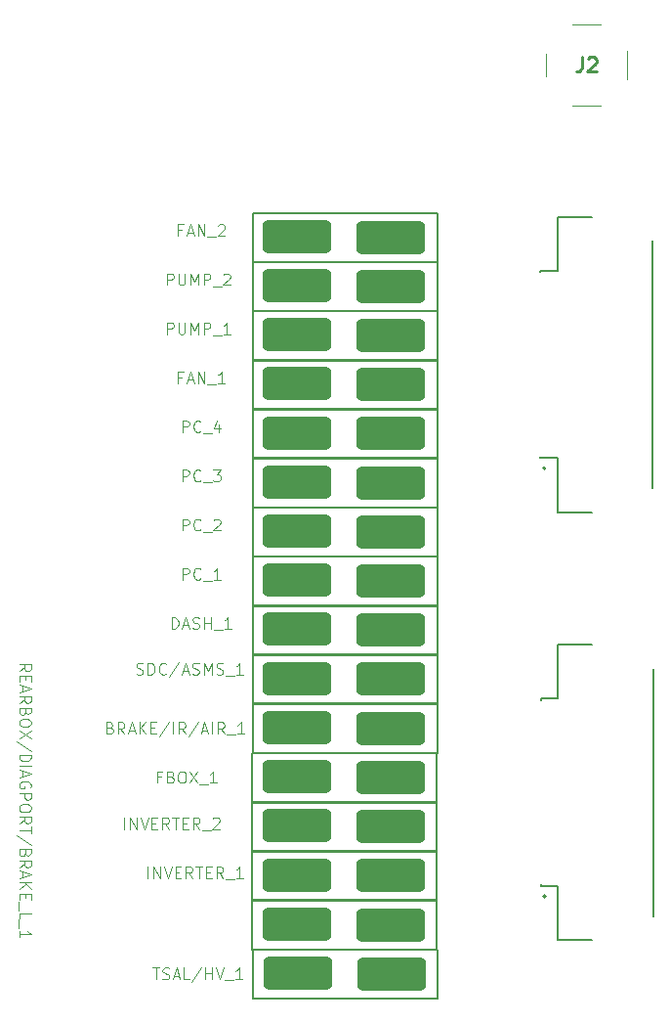
<source format=gbr>
%TF.GenerationSoftware,KiCad,Pcbnew,9.0.0*%
%TF.CreationDate,2025-05-27T23:15:15+02:00*%
%TF.ProjectId,PUTM_EV_PDMv2_PLAN_B_2024,5055544d-5f45-4565-9f50-444d76325f50,1.0*%
%TF.SameCoordinates,Original*%
%TF.FileFunction,Legend,Top*%
%TF.FilePolarity,Positive*%
%FSLAX46Y46*%
G04 Gerber Fmt 4.6, Leading zero omitted, Abs format (unit mm)*
G04 Created by KiCad (PCBNEW 9.0.0) date 2025-05-27 23:15:15*
%MOMM*%
%LPD*%
G01*
G04 APERTURE LIST*
G04 Aperture macros list*
%AMRoundRect*
0 Rectangle with rounded corners*
0 $1 Rounding radius*
0 $2 $3 $4 $5 $6 $7 $8 $9 X,Y pos of 4 corners*
0 Add a 4 corners polygon primitive as box body*
4,1,4,$2,$3,$4,$5,$6,$7,$8,$9,$2,$3,0*
0 Add four circle primitives for the rounded corners*
1,1,$1+$1,$2,$3*
1,1,$1+$1,$4,$5*
1,1,$1+$1,$6,$7*
1,1,$1+$1,$8,$9*
0 Add four rect primitives between the rounded corners*
20,1,$1+$1,$2,$3,$4,$5,0*
20,1,$1+$1,$4,$5,$6,$7,0*
20,1,$1+$1,$6,$7,$8,$9,0*
20,1,$1+$1,$8,$9,$2,$3,0*%
G04 Aperture macros list end*
%ADD10C,0.100000*%
%ADD11C,0.254000*%
%ADD12C,0.200000*%
%ADD13RoundRect,0.420000X-2.580000X-0.980000X2.580000X-0.980000X2.580000X0.980000X-2.580000X0.980000X0*%
G04 APERTURE END LIST*
D10*
X134821428Y-138957419D02*
X135392856Y-138957419D01*
X135107142Y-139957419D02*
X135107142Y-138957419D01*
X135678571Y-139909800D02*
X135821428Y-139957419D01*
X135821428Y-139957419D02*
X136059523Y-139957419D01*
X136059523Y-139957419D02*
X136154761Y-139909800D01*
X136154761Y-139909800D02*
X136202380Y-139862180D01*
X136202380Y-139862180D02*
X136249999Y-139766942D01*
X136249999Y-139766942D02*
X136249999Y-139671704D01*
X136249999Y-139671704D02*
X136202380Y-139576466D01*
X136202380Y-139576466D02*
X136154761Y-139528847D01*
X136154761Y-139528847D02*
X136059523Y-139481228D01*
X136059523Y-139481228D02*
X135869047Y-139433609D01*
X135869047Y-139433609D02*
X135773809Y-139385990D01*
X135773809Y-139385990D02*
X135726190Y-139338371D01*
X135726190Y-139338371D02*
X135678571Y-139243133D01*
X135678571Y-139243133D02*
X135678571Y-139147895D01*
X135678571Y-139147895D02*
X135726190Y-139052657D01*
X135726190Y-139052657D02*
X135773809Y-139005038D01*
X135773809Y-139005038D02*
X135869047Y-138957419D01*
X135869047Y-138957419D02*
X136107142Y-138957419D01*
X136107142Y-138957419D02*
X136249999Y-139005038D01*
X136630952Y-139671704D02*
X137107142Y-139671704D01*
X136535714Y-139957419D02*
X136869047Y-138957419D01*
X136869047Y-138957419D02*
X137202380Y-139957419D01*
X138011904Y-139957419D02*
X137535714Y-139957419D01*
X137535714Y-139957419D02*
X137535714Y-138957419D01*
X139059523Y-138909800D02*
X138202381Y-140195514D01*
X139392857Y-139957419D02*
X139392857Y-138957419D01*
X139392857Y-139433609D02*
X139964285Y-139433609D01*
X139964285Y-139957419D02*
X139964285Y-138957419D01*
X140297619Y-138957419D02*
X140630952Y-139957419D01*
X140630952Y-139957419D02*
X140964285Y-138957419D01*
X141059524Y-140052657D02*
X141821428Y-140052657D01*
X142583333Y-139957419D02*
X142011905Y-139957419D01*
X142297619Y-139957419D02*
X142297619Y-138957419D01*
X142297619Y-138957419D02*
X142202381Y-139100276D01*
X142202381Y-139100276D02*
X142107143Y-139195514D01*
X142107143Y-139195514D02*
X142011905Y-139243133D01*
X131130952Y-118183609D02*
X131273809Y-118231228D01*
X131273809Y-118231228D02*
X131321428Y-118278847D01*
X131321428Y-118278847D02*
X131369047Y-118374085D01*
X131369047Y-118374085D02*
X131369047Y-118516942D01*
X131369047Y-118516942D02*
X131321428Y-118612180D01*
X131321428Y-118612180D02*
X131273809Y-118659800D01*
X131273809Y-118659800D02*
X131178571Y-118707419D01*
X131178571Y-118707419D02*
X130797619Y-118707419D01*
X130797619Y-118707419D02*
X130797619Y-117707419D01*
X130797619Y-117707419D02*
X131130952Y-117707419D01*
X131130952Y-117707419D02*
X131226190Y-117755038D01*
X131226190Y-117755038D02*
X131273809Y-117802657D01*
X131273809Y-117802657D02*
X131321428Y-117897895D01*
X131321428Y-117897895D02*
X131321428Y-117993133D01*
X131321428Y-117993133D02*
X131273809Y-118088371D01*
X131273809Y-118088371D02*
X131226190Y-118135990D01*
X131226190Y-118135990D02*
X131130952Y-118183609D01*
X131130952Y-118183609D02*
X130797619Y-118183609D01*
X132369047Y-118707419D02*
X132035714Y-118231228D01*
X131797619Y-118707419D02*
X131797619Y-117707419D01*
X131797619Y-117707419D02*
X132178571Y-117707419D01*
X132178571Y-117707419D02*
X132273809Y-117755038D01*
X132273809Y-117755038D02*
X132321428Y-117802657D01*
X132321428Y-117802657D02*
X132369047Y-117897895D01*
X132369047Y-117897895D02*
X132369047Y-118040752D01*
X132369047Y-118040752D02*
X132321428Y-118135990D01*
X132321428Y-118135990D02*
X132273809Y-118183609D01*
X132273809Y-118183609D02*
X132178571Y-118231228D01*
X132178571Y-118231228D02*
X131797619Y-118231228D01*
X132750000Y-118421704D02*
X133226190Y-118421704D01*
X132654762Y-118707419D02*
X132988095Y-117707419D01*
X132988095Y-117707419D02*
X133321428Y-118707419D01*
X133654762Y-118707419D02*
X133654762Y-117707419D01*
X134226190Y-118707419D02*
X133797619Y-118135990D01*
X134226190Y-117707419D02*
X133654762Y-118278847D01*
X134654762Y-118183609D02*
X134988095Y-118183609D01*
X135130952Y-118707419D02*
X134654762Y-118707419D01*
X134654762Y-118707419D02*
X134654762Y-117707419D01*
X134654762Y-117707419D02*
X135130952Y-117707419D01*
X136273809Y-117659800D02*
X135416667Y-118945514D01*
X136607143Y-118707419D02*
X136607143Y-117707419D01*
X137654761Y-118707419D02*
X137321428Y-118231228D01*
X137083333Y-118707419D02*
X137083333Y-117707419D01*
X137083333Y-117707419D02*
X137464285Y-117707419D01*
X137464285Y-117707419D02*
X137559523Y-117755038D01*
X137559523Y-117755038D02*
X137607142Y-117802657D01*
X137607142Y-117802657D02*
X137654761Y-117897895D01*
X137654761Y-117897895D02*
X137654761Y-118040752D01*
X137654761Y-118040752D02*
X137607142Y-118135990D01*
X137607142Y-118135990D02*
X137559523Y-118183609D01*
X137559523Y-118183609D02*
X137464285Y-118231228D01*
X137464285Y-118231228D02*
X137083333Y-118231228D01*
X138797618Y-117659800D02*
X137940476Y-118945514D01*
X139083333Y-118421704D02*
X139559523Y-118421704D01*
X138988095Y-118707419D02*
X139321428Y-117707419D01*
X139321428Y-117707419D02*
X139654761Y-118707419D01*
X139988095Y-118707419D02*
X139988095Y-117707419D01*
X141035713Y-118707419D02*
X140702380Y-118231228D01*
X140464285Y-118707419D02*
X140464285Y-117707419D01*
X140464285Y-117707419D02*
X140845237Y-117707419D01*
X140845237Y-117707419D02*
X140940475Y-117755038D01*
X140940475Y-117755038D02*
X140988094Y-117802657D01*
X140988094Y-117802657D02*
X141035713Y-117897895D01*
X141035713Y-117897895D02*
X141035713Y-118040752D01*
X141035713Y-118040752D02*
X140988094Y-118135990D01*
X140988094Y-118135990D02*
X140940475Y-118183609D01*
X140940475Y-118183609D02*
X140845237Y-118231228D01*
X140845237Y-118231228D02*
X140464285Y-118231228D01*
X141226190Y-118802657D02*
X141988094Y-118802657D01*
X142749999Y-118707419D02*
X142178571Y-118707419D01*
X142464285Y-118707419D02*
X142464285Y-117707419D01*
X142464285Y-117707419D02*
X142369047Y-117850276D01*
X142369047Y-117850276D02*
X142273809Y-117945514D01*
X142273809Y-117945514D02*
X142178571Y-117993133D01*
X132369762Y-126957419D02*
X132369762Y-125957419D01*
X132845952Y-126957419D02*
X132845952Y-125957419D01*
X132845952Y-125957419D02*
X133417380Y-126957419D01*
X133417380Y-126957419D02*
X133417380Y-125957419D01*
X133750714Y-125957419D02*
X134084047Y-126957419D01*
X134084047Y-126957419D02*
X134417380Y-125957419D01*
X134750714Y-126433609D02*
X135084047Y-126433609D01*
X135226904Y-126957419D02*
X134750714Y-126957419D01*
X134750714Y-126957419D02*
X134750714Y-125957419D01*
X134750714Y-125957419D02*
X135226904Y-125957419D01*
X136226904Y-126957419D02*
X135893571Y-126481228D01*
X135655476Y-126957419D02*
X135655476Y-125957419D01*
X135655476Y-125957419D02*
X136036428Y-125957419D01*
X136036428Y-125957419D02*
X136131666Y-126005038D01*
X136131666Y-126005038D02*
X136179285Y-126052657D01*
X136179285Y-126052657D02*
X136226904Y-126147895D01*
X136226904Y-126147895D02*
X136226904Y-126290752D01*
X136226904Y-126290752D02*
X136179285Y-126385990D01*
X136179285Y-126385990D02*
X136131666Y-126433609D01*
X136131666Y-126433609D02*
X136036428Y-126481228D01*
X136036428Y-126481228D02*
X135655476Y-126481228D01*
X136512619Y-125957419D02*
X137084047Y-125957419D01*
X136798333Y-126957419D02*
X136798333Y-125957419D01*
X137417381Y-126433609D02*
X137750714Y-126433609D01*
X137893571Y-126957419D02*
X137417381Y-126957419D01*
X137417381Y-126957419D02*
X137417381Y-125957419D01*
X137417381Y-125957419D02*
X137893571Y-125957419D01*
X138893571Y-126957419D02*
X138560238Y-126481228D01*
X138322143Y-126957419D02*
X138322143Y-125957419D01*
X138322143Y-125957419D02*
X138703095Y-125957419D01*
X138703095Y-125957419D02*
X138798333Y-126005038D01*
X138798333Y-126005038D02*
X138845952Y-126052657D01*
X138845952Y-126052657D02*
X138893571Y-126147895D01*
X138893571Y-126147895D02*
X138893571Y-126290752D01*
X138893571Y-126290752D02*
X138845952Y-126385990D01*
X138845952Y-126385990D02*
X138798333Y-126433609D01*
X138798333Y-126433609D02*
X138703095Y-126481228D01*
X138703095Y-126481228D02*
X138322143Y-126481228D01*
X139084048Y-127052657D02*
X139845952Y-127052657D01*
X140036429Y-126052657D02*
X140084048Y-126005038D01*
X140084048Y-126005038D02*
X140179286Y-125957419D01*
X140179286Y-125957419D02*
X140417381Y-125957419D01*
X140417381Y-125957419D02*
X140512619Y-126005038D01*
X140512619Y-126005038D02*
X140560238Y-126052657D01*
X140560238Y-126052657D02*
X140607857Y-126147895D01*
X140607857Y-126147895D02*
X140607857Y-126243133D01*
X140607857Y-126243133D02*
X140560238Y-126385990D01*
X140560238Y-126385990D02*
X139988810Y-126957419D01*
X139988810Y-126957419D02*
X140607857Y-126957419D01*
X137353333Y-87833609D02*
X137020000Y-87833609D01*
X137020000Y-88357419D02*
X137020000Y-87357419D01*
X137020000Y-87357419D02*
X137496190Y-87357419D01*
X137829524Y-88071704D02*
X138305714Y-88071704D01*
X137734286Y-88357419D02*
X138067619Y-87357419D01*
X138067619Y-87357419D02*
X138400952Y-88357419D01*
X138734286Y-88357419D02*
X138734286Y-87357419D01*
X138734286Y-87357419D02*
X139305714Y-88357419D01*
X139305714Y-88357419D02*
X139305714Y-87357419D01*
X139543810Y-88452657D02*
X140305714Y-88452657D01*
X141067619Y-88357419D02*
X140496191Y-88357419D01*
X140781905Y-88357419D02*
X140781905Y-87357419D01*
X140781905Y-87357419D02*
X140686667Y-87500276D01*
X140686667Y-87500276D02*
X140591429Y-87595514D01*
X140591429Y-87595514D02*
X140496191Y-87643133D01*
X137400952Y-92607419D02*
X137400952Y-91607419D01*
X137400952Y-91607419D02*
X137781904Y-91607419D01*
X137781904Y-91607419D02*
X137877142Y-91655038D01*
X137877142Y-91655038D02*
X137924761Y-91702657D01*
X137924761Y-91702657D02*
X137972380Y-91797895D01*
X137972380Y-91797895D02*
X137972380Y-91940752D01*
X137972380Y-91940752D02*
X137924761Y-92035990D01*
X137924761Y-92035990D02*
X137877142Y-92083609D01*
X137877142Y-92083609D02*
X137781904Y-92131228D01*
X137781904Y-92131228D02*
X137400952Y-92131228D01*
X138972380Y-92512180D02*
X138924761Y-92559800D01*
X138924761Y-92559800D02*
X138781904Y-92607419D01*
X138781904Y-92607419D02*
X138686666Y-92607419D01*
X138686666Y-92607419D02*
X138543809Y-92559800D01*
X138543809Y-92559800D02*
X138448571Y-92464561D01*
X138448571Y-92464561D02*
X138400952Y-92369323D01*
X138400952Y-92369323D02*
X138353333Y-92178847D01*
X138353333Y-92178847D02*
X138353333Y-92035990D01*
X138353333Y-92035990D02*
X138400952Y-91845514D01*
X138400952Y-91845514D02*
X138448571Y-91750276D01*
X138448571Y-91750276D02*
X138543809Y-91655038D01*
X138543809Y-91655038D02*
X138686666Y-91607419D01*
X138686666Y-91607419D02*
X138781904Y-91607419D01*
X138781904Y-91607419D02*
X138924761Y-91655038D01*
X138924761Y-91655038D02*
X138972380Y-91702657D01*
X139162857Y-92702657D02*
X139924761Y-92702657D01*
X140591428Y-91940752D02*
X140591428Y-92607419D01*
X140353333Y-91559800D02*
X140115238Y-92274085D01*
X140115238Y-92274085D02*
X140734285Y-92274085D01*
X136055714Y-84107419D02*
X136055714Y-83107419D01*
X136055714Y-83107419D02*
X136436666Y-83107419D01*
X136436666Y-83107419D02*
X136531904Y-83155038D01*
X136531904Y-83155038D02*
X136579523Y-83202657D01*
X136579523Y-83202657D02*
X136627142Y-83297895D01*
X136627142Y-83297895D02*
X136627142Y-83440752D01*
X136627142Y-83440752D02*
X136579523Y-83535990D01*
X136579523Y-83535990D02*
X136531904Y-83583609D01*
X136531904Y-83583609D02*
X136436666Y-83631228D01*
X136436666Y-83631228D02*
X136055714Y-83631228D01*
X137055714Y-83107419D02*
X137055714Y-83916942D01*
X137055714Y-83916942D02*
X137103333Y-84012180D01*
X137103333Y-84012180D02*
X137150952Y-84059800D01*
X137150952Y-84059800D02*
X137246190Y-84107419D01*
X137246190Y-84107419D02*
X137436666Y-84107419D01*
X137436666Y-84107419D02*
X137531904Y-84059800D01*
X137531904Y-84059800D02*
X137579523Y-84012180D01*
X137579523Y-84012180D02*
X137627142Y-83916942D01*
X137627142Y-83916942D02*
X137627142Y-83107419D01*
X138103333Y-84107419D02*
X138103333Y-83107419D01*
X138103333Y-83107419D02*
X138436666Y-83821704D01*
X138436666Y-83821704D02*
X138769999Y-83107419D01*
X138769999Y-83107419D02*
X138769999Y-84107419D01*
X139246190Y-84107419D02*
X139246190Y-83107419D01*
X139246190Y-83107419D02*
X139627142Y-83107419D01*
X139627142Y-83107419D02*
X139722380Y-83155038D01*
X139722380Y-83155038D02*
X139769999Y-83202657D01*
X139769999Y-83202657D02*
X139817618Y-83297895D01*
X139817618Y-83297895D02*
X139817618Y-83440752D01*
X139817618Y-83440752D02*
X139769999Y-83535990D01*
X139769999Y-83535990D02*
X139722380Y-83583609D01*
X139722380Y-83583609D02*
X139627142Y-83631228D01*
X139627142Y-83631228D02*
X139246190Y-83631228D01*
X140008095Y-84202657D02*
X140769999Y-84202657D01*
X141531904Y-84107419D02*
X140960476Y-84107419D01*
X141246190Y-84107419D02*
X141246190Y-83107419D01*
X141246190Y-83107419D02*
X141150952Y-83250276D01*
X141150952Y-83250276D02*
X141055714Y-83345514D01*
X141055714Y-83345514D02*
X140960476Y-83393133D01*
X134404762Y-131207419D02*
X134404762Y-130207419D01*
X134880952Y-131207419D02*
X134880952Y-130207419D01*
X134880952Y-130207419D02*
X135452380Y-131207419D01*
X135452380Y-131207419D02*
X135452380Y-130207419D01*
X135785714Y-130207419D02*
X136119047Y-131207419D01*
X136119047Y-131207419D02*
X136452380Y-130207419D01*
X136785714Y-130683609D02*
X137119047Y-130683609D01*
X137261904Y-131207419D02*
X136785714Y-131207419D01*
X136785714Y-131207419D02*
X136785714Y-130207419D01*
X136785714Y-130207419D02*
X137261904Y-130207419D01*
X138261904Y-131207419D02*
X137928571Y-130731228D01*
X137690476Y-131207419D02*
X137690476Y-130207419D01*
X137690476Y-130207419D02*
X138071428Y-130207419D01*
X138071428Y-130207419D02*
X138166666Y-130255038D01*
X138166666Y-130255038D02*
X138214285Y-130302657D01*
X138214285Y-130302657D02*
X138261904Y-130397895D01*
X138261904Y-130397895D02*
X138261904Y-130540752D01*
X138261904Y-130540752D02*
X138214285Y-130635990D01*
X138214285Y-130635990D02*
X138166666Y-130683609D01*
X138166666Y-130683609D02*
X138071428Y-130731228D01*
X138071428Y-130731228D02*
X137690476Y-130731228D01*
X138547619Y-130207419D02*
X139119047Y-130207419D01*
X138833333Y-131207419D02*
X138833333Y-130207419D01*
X139452381Y-130683609D02*
X139785714Y-130683609D01*
X139928571Y-131207419D02*
X139452381Y-131207419D01*
X139452381Y-131207419D02*
X139452381Y-130207419D01*
X139452381Y-130207419D02*
X139928571Y-130207419D01*
X140928571Y-131207419D02*
X140595238Y-130731228D01*
X140357143Y-131207419D02*
X140357143Y-130207419D01*
X140357143Y-130207419D02*
X140738095Y-130207419D01*
X140738095Y-130207419D02*
X140833333Y-130255038D01*
X140833333Y-130255038D02*
X140880952Y-130302657D01*
X140880952Y-130302657D02*
X140928571Y-130397895D01*
X140928571Y-130397895D02*
X140928571Y-130540752D01*
X140928571Y-130540752D02*
X140880952Y-130635990D01*
X140880952Y-130635990D02*
X140833333Y-130683609D01*
X140833333Y-130683609D02*
X140738095Y-130731228D01*
X140738095Y-130731228D02*
X140357143Y-130731228D01*
X141119048Y-131302657D02*
X141880952Y-131302657D01*
X142642857Y-131207419D02*
X142071429Y-131207419D01*
X142357143Y-131207419D02*
X142357143Y-130207419D01*
X142357143Y-130207419D02*
X142261905Y-130350276D01*
X142261905Y-130350276D02*
X142166667Y-130445514D01*
X142166667Y-130445514D02*
X142071429Y-130493133D01*
X136055714Y-79857419D02*
X136055714Y-78857419D01*
X136055714Y-78857419D02*
X136436666Y-78857419D01*
X136436666Y-78857419D02*
X136531904Y-78905038D01*
X136531904Y-78905038D02*
X136579523Y-78952657D01*
X136579523Y-78952657D02*
X136627142Y-79047895D01*
X136627142Y-79047895D02*
X136627142Y-79190752D01*
X136627142Y-79190752D02*
X136579523Y-79285990D01*
X136579523Y-79285990D02*
X136531904Y-79333609D01*
X136531904Y-79333609D02*
X136436666Y-79381228D01*
X136436666Y-79381228D02*
X136055714Y-79381228D01*
X137055714Y-78857419D02*
X137055714Y-79666942D01*
X137055714Y-79666942D02*
X137103333Y-79762180D01*
X137103333Y-79762180D02*
X137150952Y-79809800D01*
X137150952Y-79809800D02*
X137246190Y-79857419D01*
X137246190Y-79857419D02*
X137436666Y-79857419D01*
X137436666Y-79857419D02*
X137531904Y-79809800D01*
X137531904Y-79809800D02*
X137579523Y-79762180D01*
X137579523Y-79762180D02*
X137627142Y-79666942D01*
X137627142Y-79666942D02*
X137627142Y-78857419D01*
X138103333Y-79857419D02*
X138103333Y-78857419D01*
X138103333Y-78857419D02*
X138436666Y-79571704D01*
X138436666Y-79571704D02*
X138769999Y-78857419D01*
X138769999Y-78857419D02*
X138769999Y-79857419D01*
X139246190Y-79857419D02*
X139246190Y-78857419D01*
X139246190Y-78857419D02*
X139627142Y-78857419D01*
X139627142Y-78857419D02*
X139722380Y-78905038D01*
X139722380Y-78905038D02*
X139769999Y-78952657D01*
X139769999Y-78952657D02*
X139817618Y-79047895D01*
X139817618Y-79047895D02*
X139817618Y-79190752D01*
X139817618Y-79190752D02*
X139769999Y-79285990D01*
X139769999Y-79285990D02*
X139722380Y-79333609D01*
X139722380Y-79333609D02*
X139627142Y-79381228D01*
X139627142Y-79381228D02*
X139246190Y-79381228D01*
X140008095Y-79952657D02*
X140769999Y-79952657D01*
X140960476Y-78952657D02*
X141008095Y-78905038D01*
X141008095Y-78905038D02*
X141103333Y-78857419D01*
X141103333Y-78857419D02*
X141341428Y-78857419D01*
X141341428Y-78857419D02*
X141436666Y-78905038D01*
X141436666Y-78905038D02*
X141484285Y-78952657D01*
X141484285Y-78952657D02*
X141531904Y-79047895D01*
X141531904Y-79047895D02*
X141531904Y-79143133D01*
X141531904Y-79143133D02*
X141484285Y-79285990D01*
X141484285Y-79285990D02*
X140912857Y-79857419D01*
X140912857Y-79857419D02*
X141531904Y-79857419D01*
D11*
X172011667Y-60119318D02*
X172011667Y-61026461D01*
X172011667Y-61026461D02*
X171951190Y-61207889D01*
X171951190Y-61207889D02*
X171830238Y-61328842D01*
X171830238Y-61328842D02*
X171648809Y-61389318D01*
X171648809Y-61389318D02*
X171527857Y-61389318D01*
X172555952Y-60240270D02*
X172616428Y-60179794D01*
X172616428Y-60179794D02*
X172737381Y-60119318D01*
X172737381Y-60119318D02*
X173039762Y-60119318D01*
X173039762Y-60119318D02*
X173160714Y-60179794D01*
X173160714Y-60179794D02*
X173221190Y-60240270D01*
X173221190Y-60240270D02*
X173281667Y-60361222D01*
X173281667Y-60361222D02*
X173281667Y-60482175D01*
X173281667Y-60482175D02*
X173221190Y-60663603D01*
X173221190Y-60663603D02*
X172495476Y-61389318D01*
X172495476Y-61389318D02*
X173281667Y-61389318D01*
D10*
X123257580Y-113275713D02*
X123733771Y-112942380D01*
X123257580Y-112704285D02*
X124257580Y-112704285D01*
X124257580Y-112704285D02*
X124257580Y-113085237D01*
X124257580Y-113085237D02*
X124209961Y-113180475D01*
X124209961Y-113180475D02*
X124162342Y-113228094D01*
X124162342Y-113228094D02*
X124067104Y-113275713D01*
X124067104Y-113275713D02*
X123924247Y-113275713D01*
X123924247Y-113275713D02*
X123829009Y-113228094D01*
X123829009Y-113228094D02*
X123781390Y-113180475D01*
X123781390Y-113180475D02*
X123733771Y-113085237D01*
X123733771Y-113085237D02*
X123733771Y-112704285D01*
X123781390Y-113704285D02*
X123781390Y-114037618D01*
X123257580Y-114180475D02*
X123257580Y-113704285D01*
X123257580Y-113704285D02*
X124257580Y-113704285D01*
X124257580Y-113704285D02*
X124257580Y-114180475D01*
X123543295Y-114561428D02*
X123543295Y-115037618D01*
X123257580Y-114466190D02*
X124257580Y-114799523D01*
X124257580Y-114799523D02*
X123257580Y-115132856D01*
X123257580Y-116037618D02*
X123733771Y-115704285D01*
X123257580Y-115466190D02*
X124257580Y-115466190D01*
X124257580Y-115466190D02*
X124257580Y-115847142D01*
X124257580Y-115847142D02*
X124209961Y-115942380D01*
X124209961Y-115942380D02*
X124162342Y-115989999D01*
X124162342Y-115989999D02*
X124067104Y-116037618D01*
X124067104Y-116037618D02*
X123924247Y-116037618D01*
X123924247Y-116037618D02*
X123829009Y-115989999D01*
X123829009Y-115989999D02*
X123781390Y-115942380D01*
X123781390Y-115942380D02*
X123733771Y-115847142D01*
X123733771Y-115847142D02*
X123733771Y-115466190D01*
X123781390Y-116799523D02*
X123733771Y-116942380D01*
X123733771Y-116942380D02*
X123686152Y-116989999D01*
X123686152Y-116989999D02*
X123590914Y-117037618D01*
X123590914Y-117037618D02*
X123448057Y-117037618D01*
X123448057Y-117037618D02*
X123352819Y-116989999D01*
X123352819Y-116989999D02*
X123305200Y-116942380D01*
X123305200Y-116942380D02*
X123257580Y-116847142D01*
X123257580Y-116847142D02*
X123257580Y-116466190D01*
X123257580Y-116466190D02*
X124257580Y-116466190D01*
X124257580Y-116466190D02*
X124257580Y-116799523D01*
X124257580Y-116799523D02*
X124209961Y-116894761D01*
X124209961Y-116894761D02*
X124162342Y-116942380D01*
X124162342Y-116942380D02*
X124067104Y-116989999D01*
X124067104Y-116989999D02*
X123971866Y-116989999D01*
X123971866Y-116989999D02*
X123876628Y-116942380D01*
X123876628Y-116942380D02*
X123829009Y-116894761D01*
X123829009Y-116894761D02*
X123781390Y-116799523D01*
X123781390Y-116799523D02*
X123781390Y-116466190D01*
X124257580Y-117656666D02*
X124257580Y-117847142D01*
X124257580Y-117847142D02*
X124209961Y-117942380D01*
X124209961Y-117942380D02*
X124114723Y-118037618D01*
X124114723Y-118037618D02*
X123924247Y-118085237D01*
X123924247Y-118085237D02*
X123590914Y-118085237D01*
X123590914Y-118085237D02*
X123400438Y-118037618D01*
X123400438Y-118037618D02*
X123305200Y-117942380D01*
X123305200Y-117942380D02*
X123257580Y-117847142D01*
X123257580Y-117847142D02*
X123257580Y-117656666D01*
X123257580Y-117656666D02*
X123305200Y-117561428D01*
X123305200Y-117561428D02*
X123400438Y-117466190D01*
X123400438Y-117466190D02*
X123590914Y-117418571D01*
X123590914Y-117418571D02*
X123924247Y-117418571D01*
X123924247Y-117418571D02*
X124114723Y-117466190D01*
X124114723Y-117466190D02*
X124209961Y-117561428D01*
X124209961Y-117561428D02*
X124257580Y-117656666D01*
X124257580Y-118418571D02*
X123257580Y-119085237D01*
X124257580Y-119085237D02*
X123257580Y-118418571D01*
X124305200Y-120180475D02*
X123019485Y-119323333D01*
X123257580Y-120513809D02*
X124257580Y-120513809D01*
X124257580Y-120513809D02*
X124257580Y-120751904D01*
X124257580Y-120751904D02*
X124209961Y-120894761D01*
X124209961Y-120894761D02*
X124114723Y-120989999D01*
X124114723Y-120989999D02*
X124019485Y-121037618D01*
X124019485Y-121037618D02*
X123829009Y-121085237D01*
X123829009Y-121085237D02*
X123686152Y-121085237D01*
X123686152Y-121085237D02*
X123495676Y-121037618D01*
X123495676Y-121037618D02*
X123400438Y-120989999D01*
X123400438Y-120989999D02*
X123305200Y-120894761D01*
X123305200Y-120894761D02*
X123257580Y-120751904D01*
X123257580Y-120751904D02*
X123257580Y-120513809D01*
X123257580Y-121513809D02*
X124257580Y-121513809D01*
X123543295Y-121942380D02*
X123543295Y-122418570D01*
X123257580Y-121847142D02*
X124257580Y-122180475D01*
X124257580Y-122180475D02*
X123257580Y-122513808D01*
X124209961Y-123370951D02*
X124257580Y-123275713D01*
X124257580Y-123275713D02*
X124257580Y-123132856D01*
X124257580Y-123132856D02*
X124209961Y-122989999D01*
X124209961Y-122989999D02*
X124114723Y-122894761D01*
X124114723Y-122894761D02*
X124019485Y-122847142D01*
X124019485Y-122847142D02*
X123829009Y-122799523D01*
X123829009Y-122799523D02*
X123686152Y-122799523D01*
X123686152Y-122799523D02*
X123495676Y-122847142D01*
X123495676Y-122847142D02*
X123400438Y-122894761D01*
X123400438Y-122894761D02*
X123305200Y-122989999D01*
X123305200Y-122989999D02*
X123257580Y-123132856D01*
X123257580Y-123132856D02*
X123257580Y-123228094D01*
X123257580Y-123228094D02*
X123305200Y-123370951D01*
X123305200Y-123370951D02*
X123352819Y-123418570D01*
X123352819Y-123418570D02*
X123686152Y-123418570D01*
X123686152Y-123418570D02*
X123686152Y-123228094D01*
X123257580Y-123847142D02*
X124257580Y-123847142D01*
X124257580Y-123847142D02*
X124257580Y-124228094D01*
X124257580Y-124228094D02*
X124209961Y-124323332D01*
X124209961Y-124323332D02*
X124162342Y-124370951D01*
X124162342Y-124370951D02*
X124067104Y-124418570D01*
X124067104Y-124418570D02*
X123924247Y-124418570D01*
X123924247Y-124418570D02*
X123829009Y-124370951D01*
X123829009Y-124370951D02*
X123781390Y-124323332D01*
X123781390Y-124323332D02*
X123733771Y-124228094D01*
X123733771Y-124228094D02*
X123733771Y-123847142D01*
X124257580Y-125037618D02*
X124257580Y-125228094D01*
X124257580Y-125228094D02*
X124209961Y-125323332D01*
X124209961Y-125323332D02*
X124114723Y-125418570D01*
X124114723Y-125418570D02*
X123924247Y-125466189D01*
X123924247Y-125466189D02*
X123590914Y-125466189D01*
X123590914Y-125466189D02*
X123400438Y-125418570D01*
X123400438Y-125418570D02*
X123305200Y-125323332D01*
X123305200Y-125323332D02*
X123257580Y-125228094D01*
X123257580Y-125228094D02*
X123257580Y-125037618D01*
X123257580Y-125037618D02*
X123305200Y-124942380D01*
X123305200Y-124942380D02*
X123400438Y-124847142D01*
X123400438Y-124847142D02*
X123590914Y-124799523D01*
X123590914Y-124799523D02*
X123924247Y-124799523D01*
X123924247Y-124799523D02*
X124114723Y-124847142D01*
X124114723Y-124847142D02*
X124209961Y-124942380D01*
X124209961Y-124942380D02*
X124257580Y-125037618D01*
X123257580Y-126466189D02*
X123733771Y-126132856D01*
X123257580Y-125894761D02*
X124257580Y-125894761D01*
X124257580Y-125894761D02*
X124257580Y-126275713D01*
X124257580Y-126275713D02*
X124209961Y-126370951D01*
X124209961Y-126370951D02*
X124162342Y-126418570D01*
X124162342Y-126418570D02*
X124067104Y-126466189D01*
X124067104Y-126466189D02*
X123924247Y-126466189D01*
X123924247Y-126466189D02*
X123829009Y-126418570D01*
X123829009Y-126418570D02*
X123781390Y-126370951D01*
X123781390Y-126370951D02*
X123733771Y-126275713D01*
X123733771Y-126275713D02*
X123733771Y-125894761D01*
X124257580Y-126751904D02*
X124257580Y-127323332D01*
X123257580Y-127037618D02*
X124257580Y-127037618D01*
X124305200Y-128370951D02*
X123019485Y-127513809D01*
X123781390Y-129037618D02*
X123733771Y-129180475D01*
X123733771Y-129180475D02*
X123686152Y-129228094D01*
X123686152Y-129228094D02*
X123590914Y-129275713D01*
X123590914Y-129275713D02*
X123448057Y-129275713D01*
X123448057Y-129275713D02*
X123352819Y-129228094D01*
X123352819Y-129228094D02*
X123305200Y-129180475D01*
X123305200Y-129180475D02*
X123257580Y-129085237D01*
X123257580Y-129085237D02*
X123257580Y-128704285D01*
X123257580Y-128704285D02*
X124257580Y-128704285D01*
X124257580Y-128704285D02*
X124257580Y-129037618D01*
X124257580Y-129037618D02*
X124209961Y-129132856D01*
X124209961Y-129132856D02*
X124162342Y-129180475D01*
X124162342Y-129180475D02*
X124067104Y-129228094D01*
X124067104Y-129228094D02*
X123971866Y-129228094D01*
X123971866Y-129228094D02*
X123876628Y-129180475D01*
X123876628Y-129180475D02*
X123829009Y-129132856D01*
X123829009Y-129132856D02*
X123781390Y-129037618D01*
X123781390Y-129037618D02*
X123781390Y-128704285D01*
X123257580Y-130275713D02*
X123733771Y-129942380D01*
X123257580Y-129704285D02*
X124257580Y-129704285D01*
X124257580Y-129704285D02*
X124257580Y-130085237D01*
X124257580Y-130085237D02*
X124209961Y-130180475D01*
X124209961Y-130180475D02*
X124162342Y-130228094D01*
X124162342Y-130228094D02*
X124067104Y-130275713D01*
X124067104Y-130275713D02*
X123924247Y-130275713D01*
X123924247Y-130275713D02*
X123829009Y-130228094D01*
X123829009Y-130228094D02*
X123781390Y-130180475D01*
X123781390Y-130180475D02*
X123733771Y-130085237D01*
X123733771Y-130085237D02*
X123733771Y-129704285D01*
X123543295Y-130656666D02*
X123543295Y-131132856D01*
X123257580Y-130561428D02*
X124257580Y-130894761D01*
X124257580Y-130894761D02*
X123257580Y-131228094D01*
X123257580Y-131561428D02*
X124257580Y-131561428D01*
X123257580Y-132132856D02*
X123829009Y-131704285D01*
X124257580Y-132132856D02*
X123686152Y-131561428D01*
X123781390Y-132561428D02*
X123781390Y-132894761D01*
X123257580Y-133037618D02*
X123257580Y-132561428D01*
X123257580Y-132561428D02*
X124257580Y-132561428D01*
X124257580Y-132561428D02*
X124257580Y-133037618D01*
X123162342Y-133228095D02*
X123162342Y-133989999D01*
X123257580Y-134704285D02*
X123257580Y-134228095D01*
X123257580Y-134228095D02*
X124257580Y-134228095D01*
X123162342Y-134799524D02*
X123162342Y-135561428D01*
X123257580Y-136323333D02*
X123257580Y-135751905D01*
X123257580Y-136037619D02*
X124257580Y-136037619D01*
X124257580Y-136037619D02*
X124114723Y-135942381D01*
X124114723Y-135942381D02*
X124019485Y-135847143D01*
X124019485Y-135847143D02*
X123971866Y-135751905D01*
X133400952Y-113529800D02*
X133543809Y-113577419D01*
X133543809Y-113577419D02*
X133781904Y-113577419D01*
X133781904Y-113577419D02*
X133877142Y-113529800D01*
X133877142Y-113529800D02*
X133924761Y-113482180D01*
X133924761Y-113482180D02*
X133972380Y-113386942D01*
X133972380Y-113386942D02*
X133972380Y-113291704D01*
X133972380Y-113291704D02*
X133924761Y-113196466D01*
X133924761Y-113196466D02*
X133877142Y-113148847D01*
X133877142Y-113148847D02*
X133781904Y-113101228D01*
X133781904Y-113101228D02*
X133591428Y-113053609D01*
X133591428Y-113053609D02*
X133496190Y-113005990D01*
X133496190Y-113005990D02*
X133448571Y-112958371D01*
X133448571Y-112958371D02*
X133400952Y-112863133D01*
X133400952Y-112863133D02*
X133400952Y-112767895D01*
X133400952Y-112767895D02*
X133448571Y-112672657D01*
X133448571Y-112672657D02*
X133496190Y-112625038D01*
X133496190Y-112625038D02*
X133591428Y-112577419D01*
X133591428Y-112577419D02*
X133829523Y-112577419D01*
X133829523Y-112577419D02*
X133972380Y-112625038D01*
X134400952Y-113577419D02*
X134400952Y-112577419D01*
X134400952Y-112577419D02*
X134639047Y-112577419D01*
X134639047Y-112577419D02*
X134781904Y-112625038D01*
X134781904Y-112625038D02*
X134877142Y-112720276D01*
X134877142Y-112720276D02*
X134924761Y-112815514D01*
X134924761Y-112815514D02*
X134972380Y-113005990D01*
X134972380Y-113005990D02*
X134972380Y-113148847D01*
X134972380Y-113148847D02*
X134924761Y-113339323D01*
X134924761Y-113339323D02*
X134877142Y-113434561D01*
X134877142Y-113434561D02*
X134781904Y-113529800D01*
X134781904Y-113529800D02*
X134639047Y-113577419D01*
X134639047Y-113577419D02*
X134400952Y-113577419D01*
X135972380Y-113482180D02*
X135924761Y-113529800D01*
X135924761Y-113529800D02*
X135781904Y-113577419D01*
X135781904Y-113577419D02*
X135686666Y-113577419D01*
X135686666Y-113577419D02*
X135543809Y-113529800D01*
X135543809Y-113529800D02*
X135448571Y-113434561D01*
X135448571Y-113434561D02*
X135400952Y-113339323D01*
X135400952Y-113339323D02*
X135353333Y-113148847D01*
X135353333Y-113148847D02*
X135353333Y-113005990D01*
X135353333Y-113005990D02*
X135400952Y-112815514D01*
X135400952Y-112815514D02*
X135448571Y-112720276D01*
X135448571Y-112720276D02*
X135543809Y-112625038D01*
X135543809Y-112625038D02*
X135686666Y-112577419D01*
X135686666Y-112577419D02*
X135781904Y-112577419D01*
X135781904Y-112577419D02*
X135924761Y-112625038D01*
X135924761Y-112625038D02*
X135972380Y-112672657D01*
X137115237Y-112529800D02*
X136258095Y-113815514D01*
X137400952Y-113291704D02*
X137877142Y-113291704D01*
X137305714Y-113577419D02*
X137639047Y-112577419D01*
X137639047Y-112577419D02*
X137972380Y-113577419D01*
X138258095Y-113529800D02*
X138400952Y-113577419D01*
X138400952Y-113577419D02*
X138639047Y-113577419D01*
X138639047Y-113577419D02*
X138734285Y-113529800D01*
X138734285Y-113529800D02*
X138781904Y-113482180D01*
X138781904Y-113482180D02*
X138829523Y-113386942D01*
X138829523Y-113386942D02*
X138829523Y-113291704D01*
X138829523Y-113291704D02*
X138781904Y-113196466D01*
X138781904Y-113196466D02*
X138734285Y-113148847D01*
X138734285Y-113148847D02*
X138639047Y-113101228D01*
X138639047Y-113101228D02*
X138448571Y-113053609D01*
X138448571Y-113053609D02*
X138353333Y-113005990D01*
X138353333Y-113005990D02*
X138305714Y-112958371D01*
X138305714Y-112958371D02*
X138258095Y-112863133D01*
X138258095Y-112863133D02*
X138258095Y-112767895D01*
X138258095Y-112767895D02*
X138305714Y-112672657D01*
X138305714Y-112672657D02*
X138353333Y-112625038D01*
X138353333Y-112625038D02*
X138448571Y-112577419D01*
X138448571Y-112577419D02*
X138686666Y-112577419D01*
X138686666Y-112577419D02*
X138829523Y-112625038D01*
X139258095Y-113577419D02*
X139258095Y-112577419D01*
X139258095Y-112577419D02*
X139591428Y-113291704D01*
X139591428Y-113291704D02*
X139924761Y-112577419D01*
X139924761Y-112577419D02*
X139924761Y-113577419D01*
X140353333Y-113529800D02*
X140496190Y-113577419D01*
X140496190Y-113577419D02*
X140734285Y-113577419D01*
X140734285Y-113577419D02*
X140829523Y-113529800D01*
X140829523Y-113529800D02*
X140877142Y-113482180D01*
X140877142Y-113482180D02*
X140924761Y-113386942D01*
X140924761Y-113386942D02*
X140924761Y-113291704D01*
X140924761Y-113291704D02*
X140877142Y-113196466D01*
X140877142Y-113196466D02*
X140829523Y-113148847D01*
X140829523Y-113148847D02*
X140734285Y-113101228D01*
X140734285Y-113101228D02*
X140543809Y-113053609D01*
X140543809Y-113053609D02*
X140448571Y-113005990D01*
X140448571Y-113005990D02*
X140400952Y-112958371D01*
X140400952Y-112958371D02*
X140353333Y-112863133D01*
X140353333Y-112863133D02*
X140353333Y-112767895D01*
X140353333Y-112767895D02*
X140400952Y-112672657D01*
X140400952Y-112672657D02*
X140448571Y-112625038D01*
X140448571Y-112625038D02*
X140543809Y-112577419D01*
X140543809Y-112577419D02*
X140781904Y-112577419D01*
X140781904Y-112577419D02*
X140924761Y-112625038D01*
X141115238Y-113672657D02*
X141877142Y-113672657D01*
X142639047Y-113577419D02*
X142067619Y-113577419D01*
X142353333Y-113577419D02*
X142353333Y-112577419D01*
X142353333Y-112577419D02*
X142258095Y-112720276D01*
X142258095Y-112720276D02*
X142162857Y-112815514D01*
X142162857Y-112815514D02*
X142067619Y-112863133D01*
X137400952Y-96857419D02*
X137400952Y-95857419D01*
X137400952Y-95857419D02*
X137781904Y-95857419D01*
X137781904Y-95857419D02*
X137877142Y-95905038D01*
X137877142Y-95905038D02*
X137924761Y-95952657D01*
X137924761Y-95952657D02*
X137972380Y-96047895D01*
X137972380Y-96047895D02*
X137972380Y-96190752D01*
X137972380Y-96190752D02*
X137924761Y-96285990D01*
X137924761Y-96285990D02*
X137877142Y-96333609D01*
X137877142Y-96333609D02*
X137781904Y-96381228D01*
X137781904Y-96381228D02*
X137400952Y-96381228D01*
X138972380Y-96762180D02*
X138924761Y-96809800D01*
X138924761Y-96809800D02*
X138781904Y-96857419D01*
X138781904Y-96857419D02*
X138686666Y-96857419D01*
X138686666Y-96857419D02*
X138543809Y-96809800D01*
X138543809Y-96809800D02*
X138448571Y-96714561D01*
X138448571Y-96714561D02*
X138400952Y-96619323D01*
X138400952Y-96619323D02*
X138353333Y-96428847D01*
X138353333Y-96428847D02*
X138353333Y-96285990D01*
X138353333Y-96285990D02*
X138400952Y-96095514D01*
X138400952Y-96095514D02*
X138448571Y-96000276D01*
X138448571Y-96000276D02*
X138543809Y-95905038D01*
X138543809Y-95905038D02*
X138686666Y-95857419D01*
X138686666Y-95857419D02*
X138781904Y-95857419D01*
X138781904Y-95857419D02*
X138924761Y-95905038D01*
X138924761Y-95905038D02*
X138972380Y-95952657D01*
X139162857Y-96952657D02*
X139924761Y-96952657D01*
X140067619Y-95857419D02*
X140686666Y-95857419D01*
X140686666Y-95857419D02*
X140353333Y-96238371D01*
X140353333Y-96238371D02*
X140496190Y-96238371D01*
X140496190Y-96238371D02*
X140591428Y-96285990D01*
X140591428Y-96285990D02*
X140639047Y-96333609D01*
X140639047Y-96333609D02*
X140686666Y-96428847D01*
X140686666Y-96428847D02*
X140686666Y-96666942D01*
X140686666Y-96666942D02*
X140639047Y-96762180D01*
X140639047Y-96762180D02*
X140591428Y-96809800D01*
X140591428Y-96809800D02*
X140496190Y-96857419D01*
X140496190Y-96857419D02*
X140210476Y-96857419D01*
X140210476Y-96857419D02*
X140115238Y-96809800D01*
X140115238Y-96809800D02*
X140067619Y-96762180D01*
X137400952Y-105357419D02*
X137400952Y-104357419D01*
X137400952Y-104357419D02*
X137781904Y-104357419D01*
X137781904Y-104357419D02*
X137877142Y-104405038D01*
X137877142Y-104405038D02*
X137924761Y-104452657D01*
X137924761Y-104452657D02*
X137972380Y-104547895D01*
X137972380Y-104547895D02*
X137972380Y-104690752D01*
X137972380Y-104690752D02*
X137924761Y-104785990D01*
X137924761Y-104785990D02*
X137877142Y-104833609D01*
X137877142Y-104833609D02*
X137781904Y-104881228D01*
X137781904Y-104881228D02*
X137400952Y-104881228D01*
X138972380Y-105262180D02*
X138924761Y-105309800D01*
X138924761Y-105309800D02*
X138781904Y-105357419D01*
X138781904Y-105357419D02*
X138686666Y-105357419D01*
X138686666Y-105357419D02*
X138543809Y-105309800D01*
X138543809Y-105309800D02*
X138448571Y-105214561D01*
X138448571Y-105214561D02*
X138400952Y-105119323D01*
X138400952Y-105119323D02*
X138353333Y-104928847D01*
X138353333Y-104928847D02*
X138353333Y-104785990D01*
X138353333Y-104785990D02*
X138400952Y-104595514D01*
X138400952Y-104595514D02*
X138448571Y-104500276D01*
X138448571Y-104500276D02*
X138543809Y-104405038D01*
X138543809Y-104405038D02*
X138686666Y-104357419D01*
X138686666Y-104357419D02*
X138781904Y-104357419D01*
X138781904Y-104357419D02*
X138924761Y-104405038D01*
X138924761Y-104405038D02*
X138972380Y-104452657D01*
X139162857Y-105452657D02*
X139924761Y-105452657D01*
X140686666Y-105357419D02*
X140115238Y-105357419D01*
X140400952Y-105357419D02*
X140400952Y-104357419D01*
X140400952Y-104357419D02*
X140305714Y-104500276D01*
X140305714Y-104500276D02*
X140210476Y-104595514D01*
X140210476Y-104595514D02*
X140115238Y-104643133D01*
X135535714Y-122433609D02*
X135202381Y-122433609D01*
X135202381Y-122957419D02*
X135202381Y-121957419D01*
X135202381Y-121957419D02*
X135678571Y-121957419D01*
X136392857Y-122433609D02*
X136535714Y-122481228D01*
X136535714Y-122481228D02*
X136583333Y-122528847D01*
X136583333Y-122528847D02*
X136630952Y-122624085D01*
X136630952Y-122624085D02*
X136630952Y-122766942D01*
X136630952Y-122766942D02*
X136583333Y-122862180D01*
X136583333Y-122862180D02*
X136535714Y-122909800D01*
X136535714Y-122909800D02*
X136440476Y-122957419D01*
X136440476Y-122957419D02*
X136059524Y-122957419D01*
X136059524Y-122957419D02*
X136059524Y-121957419D01*
X136059524Y-121957419D02*
X136392857Y-121957419D01*
X136392857Y-121957419D02*
X136488095Y-122005038D01*
X136488095Y-122005038D02*
X136535714Y-122052657D01*
X136535714Y-122052657D02*
X136583333Y-122147895D01*
X136583333Y-122147895D02*
X136583333Y-122243133D01*
X136583333Y-122243133D02*
X136535714Y-122338371D01*
X136535714Y-122338371D02*
X136488095Y-122385990D01*
X136488095Y-122385990D02*
X136392857Y-122433609D01*
X136392857Y-122433609D02*
X136059524Y-122433609D01*
X137250000Y-121957419D02*
X137440476Y-121957419D01*
X137440476Y-121957419D02*
X137535714Y-122005038D01*
X137535714Y-122005038D02*
X137630952Y-122100276D01*
X137630952Y-122100276D02*
X137678571Y-122290752D01*
X137678571Y-122290752D02*
X137678571Y-122624085D01*
X137678571Y-122624085D02*
X137630952Y-122814561D01*
X137630952Y-122814561D02*
X137535714Y-122909800D01*
X137535714Y-122909800D02*
X137440476Y-122957419D01*
X137440476Y-122957419D02*
X137250000Y-122957419D01*
X137250000Y-122957419D02*
X137154762Y-122909800D01*
X137154762Y-122909800D02*
X137059524Y-122814561D01*
X137059524Y-122814561D02*
X137011905Y-122624085D01*
X137011905Y-122624085D02*
X137011905Y-122290752D01*
X137011905Y-122290752D02*
X137059524Y-122100276D01*
X137059524Y-122100276D02*
X137154762Y-122005038D01*
X137154762Y-122005038D02*
X137250000Y-121957419D01*
X138011905Y-121957419D02*
X138678571Y-122957419D01*
X138678571Y-121957419D02*
X138011905Y-122957419D01*
X138821429Y-123052657D02*
X139583333Y-123052657D01*
X140345238Y-122957419D02*
X139773810Y-122957419D01*
X140059524Y-122957419D02*
X140059524Y-121957419D01*
X140059524Y-121957419D02*
X139964286Y-122100276D01*
X139964286Y-122100276D02*
X139869048Y-122195514D01*
X139869048Y-122195514D02*
X139773810Y-122243133D01*
X137353333Y-75083609D02*
X137020000Y-75083609D01*
X137020000Y-75607419D02*
X137020000Y-74607419D01*
X137020000Y-74607419D02*
X137496190Y-74607419D01*
X137829524Y-75321704D02*
X138305714Y-75321704D01*
X137734286Y-75607419D02*
X138067619Y-74607419D01*
X138067619Y-74607419D02*
X138400952Y-75607419D01*
X138734286Y-75607419D02*
X138734286Y-74607419D01*
X138734286Y-74607419D02*
X139305714Y-75607419D01*
X139305714Y-75607419D02*
X139305714Y-74607419D01*
X139543810Y-75702657D02*
X140305714Y-75702657D01*
X140496191Y-74702657D02*
X140543810Y-74655038D01*
X140543810Y-74655038D02*
X140639048Y-74607419D01*
X140639048Y-74607419D02*
X140877143Y-74607419D01*
X140877143Y-74607419D02*
X140972381Y-74655038D01*
X140972381Y-74655038D02*
X141020000Y-74702657D01*
X141020000Y-74702657D02*
X141067619Y-74797895D01*
X141067619Y-74797895D02*
X141067619Y-74893133D01*
X141067619Y-74893133D02*
X141020000Y-75035990D01*
X141020000Y-75035990D02*
X140448572Y-75607419D01*
X140448572Y-75607419D02*
X141067619Y-75607419D01*
X136472381Y-109607419D02*
X136472381Y-108607419D01*
X136472381Y-108607419D02*
X136710476Y-108607419D01*
X136710476Y-108607419D02*
X136853333Y-108655038D01*
X136853333Y-108655038D02*
X136948571Y-108750276D01*
X136948571Y-108750276D02*
X136996190Y-108845514D01*
X136996190Y-108845514D02*
X137043809Y-109035990D01*
X137043809Y-109035990D02*
X137043809Y-109178847D01*
X137043809Y-109178847D02*
X136996190Y-109369323D01*
X136996190Y-109369323D02*
X136948571Y-109464561D01*
X136948571Y-109464561D02*
X136853333Y-109559800D01*
X136853333Y-109559800D02*
X136710476Y-109607419D01*
X136710476Y-109607419D02*
X136472381Y-109607419D01*
X137424762Y-109321704D02*
X137900952Y-109321704D01*
X137329524Y-109607419D02*
X137662857Y-108607419D01*
X137662857Y-108607419D02*
X137996190Y-109607419D01*
X138281905Y-109559800D02*
X138424762Y-109607419D01*
X138424762Y-109607419D02*
X138662857Y-109607419D01*
X138662857Y-109607419D02*
X138758095Y-109559800D01*
X138758095Y-109559800D02*
X138805714Y-109512180D01*
X138805714Y-109512180D02*
X138853333Y-109416942D01*
X138853333Y-109416942D02*
X138853333Y-109321704D01*
X138853333Y-109321704D02*
X138805714Y-109226466D01*
X138805714Y-109226466D02*
X138758095Y-109178847D01*
X138758095Y-109178847D02*
X138662857Y-109131228D01*
X138662857Y-109131228D02*
X138472381Y-109083609D01*
X138472381Y-109083609D02*
X138377143Y-109035990D01*
X138377143Y-109035990D02*
X138329524Y-108988371D01*
X138329524Y-108988371D02*
X138281905Y-108893133D01*
X138281905Y-108893133D02*
X138281905Y-108797895D01*
X138281905Y-108797895D02*
X138329524Y-108702657D01*
X138329524Y-108702657D02*
X138377143Y-108655038D01*
X138377143Y-108655038D02*
X138472381Y-108607419D01*
X138472381Y-108607419D02*
X138710476Y-108607419D01*
X138710476Y-108607419D02*
X138853333Y-108655038D01*
X139281905Y-109607419D02*
X139281905Y-108607419D01*
X139281905Y-109083609D02*
X139853333Y-109083609D01*
X139853333Y-109607419D02*
X139853333Y-108607419D01*
X140091429Y-109702657D02*
X140853333Y-109702657D01*
X141615238Y-109607419D02*
X141043810Y-109607419D01*
X141329524Y-109607419D02*
X141329524Y-108607419D01*
X141329524Y-108607419D02*
X141234286Y-108750276D01*
X141234286Y-108750276D02*
X141139048Y-108845514D01*
X141139048Y-108845514D02*
X141043810Y-108893133D01*
X137400952Y-101107419D02*
X137400952Y-100107419D01*
X137400952Y-100107419D02*
X137781904Y-100107419D01*
X137781904Y-100107419D02*
X137877142Y-100155038D01*
X137877142Y-100155038D02*
X137924761Y-100202657D01*
X137924761Y-100202657D02*
X137972380Y-100297895D01*
X137972380Y-100297895D02*
X137972380Y-100440752D01*
X137972380Y-100440752D02*
X137924761Y-100535990D01*
X137924761Y-100535990D02*
X137877142Y-100583609D01*
X137877142Y-100583609D02*
X137781904Y-100631228D01*
X137781904Y-100631228D02*
X137400952Y-100631228D01*
X138972380Y-101012180D02*
X138924761Y-101059800D01*
X138924761Y-101059800D02*
X138781904Y-101107419D01*
X138781904Y-101107419D02*
X138686666Y-101107419D01*
X138686666Y-101107419D02*
X138543809Y-101059800D01*
X138543809Y-101059800D02*
X138448571Y-100964561D01*
X138448571Y-100964561D02*
X138400952Y-100869323D01*
X138400952Y-100869323D02*
X138353333Y-100678847D01*
X138353333Y-100678847D02*
X138353333Y-100535990D01*
X138353333Y-100535990D02*
X138400952Y-100345514D01*
X138400952Y-100345514D02*
X138448571Y-100250276D01*
X138448571Y-100250276D02*
X138543809Y-100155038D01*
X138543809Y-100155038D02*
X138686666Y-100107419D01*
X138686666Y-100107419D02*
X138781904Y-100107419D01*
X138781904Y-100107419D02*
X138924761Y-100155038D01*
X138924761Y-100155038D02*
X138972380Y-100202657D01*
X139162857Y-101202657D02*
X139924761Y-101202657D01*
X140115238Y-100202657D02*
X140162857Y-100155038D01*
X140162857Y-100155038D02*
X140258095Y-100107419D01*
X140258095Y-100107419D02*
X140496190Y-100107419D01*
X140496190Y-100107419D02*
X140591428Y-100155038D01*
X140591428Y-100155038D02*
X140639047Y-100202657D01*
X140639047Y-100202657D02*
X140686666Y-100297895D01*
X140686666Y-100297895D02*
X140686666Y-100393133D01*
X140686666Y-100393133D02*
X140639047Y-100535990D01*
X140639047Y-100535990D02*
X140067619Y-101107419D01*
X140067619Y-101107419D02*
X140686666Y-101107419D01*
%TO.C,TSAL/HV_1*%
D12*
X143520000Y-137420000D02*
X159520000Y-137420000D01*
X159520000Y-141620000D01*
X143520000Y-141620000D01*
X143520000Y-137420000D01*
%TO.C,BRAKE/IR/AIR_1*%
X143475000Y-116150000D02*
X159475000Y-116150000D01*
X159475000Y-120350000D01*
X143475000Y-120350000D01*
X143475000Y-116150000D01*
%TO.C,INVERTER_2*%
X143440000Y-124670000D02*
X159440000Y-124670000D01*
X159440000Y-128870000D01*
X143440000Y-128870000D01*
X143440000Y-124670000D01*
%TO.C,FAN_1*%
X143500000Y-86400000D02*
X159500000Y-86400000D01*
X159500000Y-90600000D01*
X143500000Y-90600000D01*
X143500000Y-86400000D01*
%TO.C,J5*%
X168410000Y-78640000D02*
X169910000Y-78640000D01*
X168410000Y-78765000D02*
X168410000Y-78640000D01*
X168410000Y-94840000D02*
X168410000Y-94715000D01*
X169910000Y-73940000D02*
X172880000Y-73940000D01*
X169910000Y-78640000D02*
X169910000Y-73940000D01*
X169910000Y-94840000D02*
X168410000Y-94840000D01*
X169910000Y-99540000D02*
X169910000Y-94840000D01*
X169910000Y-99540000D02*
X172880000Y-99540000D01*
X178160000Y-76040000D02*
X178160000Y-97440000D01*
X168860000Y-95740000D02*
G75*
G02*
X168660000Y-95740000I-100000J0D01*
G01*
X168660000Y-95740000D02*
G75*
G02*
X168860000Y-95740000I100000J0D01*
G01*
%TO.C,PC_4*%
X143500000Y-90650000D02*
X159500000Y-90650000D01*
X159500000Y-94850000D01*
X143500000Y-94850000D01*
X143500000Y-90650000D01*
%TO.C,PUMP_1*%
X143500000Y-82150000D02*
X159500000Y-82150000D01*
X159500000Y-86350000D01*
X143500000Y-86350000D01*
X143500000Y-82150000D01*
%TO.C,INVERTER_1*%
X143440000Y-128920000D02*
X159440000Y-128920000D01*
X159440000Y-133120000D01*
X143440000Y-133120000D01*
X143440000Y-128920000D01*
%TO.C,PUMP_2*%
X143500000Y-77900000D02*
X159500000Y-77900000D01*
X159500000Y-82100000D01*
X143500000Y-82100000D01*
X143500000Y-77900000D01*
%TO.C,J8*%
X168450000Y-115680000D02*
X169950000Y-115680000D01*
X168450000Y-115805000D02*
X168450000Y-115680000D01*
X168450000Y-131880000D02*
X168450000Y-131755000D01*
X169950000Y-110980000D02*
X172920000Y-110980000D01*
X169950000Y-115680000D02*
X169950000Y-110980000D01*
X169950000Y-131880000D02*
X168450000Y-131880000D01*
X169950000Y-136580000D02*
X169950000Y-131880000D01*
X169950000Y-136580000D02*
X172920000Y-136580000D01*
X178200000Y-113080000D02*
X178200000Y-134480000D01*
X168900000Y-132780000D02*
G75*
G02*
X168700000Y-132780000I-100000J0D01*
G01*
X168700000Y-132780000D02*
G75*
G02*
X168900000Y-132780000I100000J0D01*
G01*
D10*
%TO.C,J2*%
X168935000Y-59815000D02*
X168935000Y-59815000D01*
X168935000Y-59815000D02*
X168935000Y-61815000D01*
X168935000Y-61815000D02*
X168935000Y-59815000D01*
X168935000Y-61815000D02*
X168935000Y-61815000D01*
X171185000Y-57315000D02*
X171185000Y-57315000D01*
X171185000Y-57315000D02*
X173685000Y-57315000D01*
X171185000Y-64315000D02*
X171185000Y-64315000D01*
X171185000Y-64315000D02*
X173685000Y-64315000D01*
X173685000Y-57315000D02*
X171185000Y-57315000D01*
X173685000Y-57315000D02*
X173685000Y-57315000D01*
X173685000Y-64315000D02*
X171185000Y-64315000D01*
X173685000Y-64315000D02*
X173685000Y-64315000D01*
X175935000Y-59565000D02*
X175935000Y-59565000D01*
X175935000Y-59565000D02*
X175935000Y-62065000D01*
X175935000Y-62065000D02*
X175935000Y-59565000D01*
X175935000Y-62065000D02*
X175935000Y-62065000D01*
%TO.C,REARBOX/DIAGPORT/BRAKE_L_1*%
D12*
X143440000Y-133170000D02*
X159440000Y-133170000D01*
X159440000Y-137370000D01*
X143440000Y-137370000D01*
X143440000Y-133170000D01*
%TO.C,SDC/ASMS_1*%
X143475000Y-111900000D02*
X159475000Y-111900000D01*
X159475000Y-116100000D01*
X143475000Y-116100000D01*
X143475000Y-111900000D01*
%TO.C,PC_3*%
X143500000Y-94900000D02*
X159500000Y-94900000D01*
X159500000Y-99100000D01*
X143500000Y-99100000D01*
X143500000Y-94900000D01*
%TO.C,PC_1*%
X143500000Y-103400000D02*
X159500000Y-103400000D01*
X159500000Y-107600000D01*
X143500000Y-107600000D01*
X143500000Y-103400000D01*
%TO.C,FBOX_1*%
X143440000Y-120420000D02*
X159440000Y-120420000D01*
X159440000Y-124620000D01*
X143440000Y-124620000D01*
X143440000Y-120420000D01*
%TO.C,FAN_2*%
X143500000Y-73650000D02*
X159500000Y-73650000D01*
X159500000Y-77850000D01*
X143500000Y-77850000D01*
X143500000Y-73650000D01*
%TO.C,DASH_1*%
X143475000Y-107650000D02*
X159475000Y-107650000D01*
X159475000Y-111850000D01*
X143475000Y-111850000D01*
X143475000Y-107650000D01*
%TO.C,PC_2*%
X143500000Y-99150000D02*
X159500000Y-99150000D01*
X159500000Y-103350000D01*
X143500000Y-103350000D01*
X143500000Y-99150000D01*
%TD*%
D13*
%TO.C,TSAL/HV_1*%
X147380000Y-139430000D03*
X155500000Y-139500000D03*
%TD*%
%TO.C,BRAKE/IR/AIR_1*%
X147335000Y-118160000D03*
X155455000Y-118230000D03*
%TD*%
%TO.C,INVERTER_2*%
X147300000Y-126680000D03*
X155420000Y-126750000D03*
%TD*%
%TO.C,FAN_1*%
X147360000Y-88410000D03*
X155480000Y-88480000D03*
%TD*%
%TO.C,PC_4*%
X147360000Y-92660000D03*
X155480000Y-92730000D03*
%TD*%
%TO.C,PUMP_1*%
X147360000Y-84160000D03*
X155480000Y-84230000D03*
%TD*%
%TO.C,INVERTER_1*%
X147300000Y-130930000D03*
X155420000Y-131000000D03*
%TD*%
%TO.C,PUMP_2*%
X147360000Y-79910000D03*
X155480000Y-79980000D03*
%TD*%
%TO.C,REARBOX/DIAGPORT/BRAKE_L_1*%
X147300000Y-135180000D03*
X155420000Y-135250000D03*
%TD*%
%TO.C,SDC/ASMS_1*%
X147335000Y-113910000D03*
X155455000Y-113980000D03*
%TD*%
%TO.C,PC_3*%
X147360000Y-96910000D03*
X155480000Y-96980000D03*
%TD*%
%TO.C,PC_1*%
X147360000Y-105410000D03*
X155480000Y-105480000D03*
%TD*%
%TO.C,FBOX_1*%
X147300000Y-122430000D03*
X155420000Y-122500000D03*
%TD*%
%TO.C,FAN_2*%
X147360000Y-75660000D03*
X155480000Y-75730000D03*
%TD*%
%TO.C,DASH_1*%
X147335000Y-109660000D03*
X155455000Y-109730000D03*
%TD*%
%TO.C,PC_2*%
X147360000Y-101160000D03*
X155480000Y-101230000D03*
%TD*%
M02*

</source>
